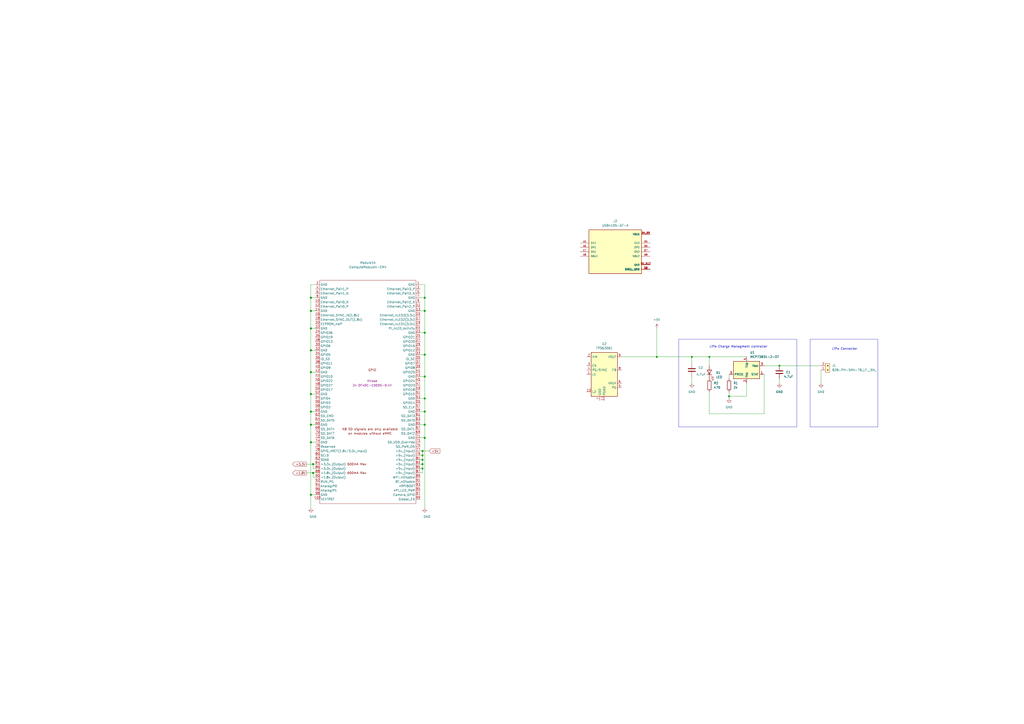
<source format=kicad_sch>
(kicad_sch (version 20230121) (generator eeschema)
  (paper "A2")
  (title_block (title "Raspberry Pi Compute Module 4 Carrier Board v1") (date "2023-06-21") (rev "v01") (comment 2 "creativecommons.org/licenses/by-sa/4.0") (comment 3 "License: CC BY 4.0") (comment 4 "Author: Iiro Karppanen"))
  (lib_symbols
    (symbol "Battery_Management:MCP73831-2-OT"
      (property "Reference" "U" (at -7.62 6.35 0))
      (property "Value" "MCP73831-2-OT" (at 1.27 6.35 0))
      (symbol "MCP73831-2-OT_0_1"
        (rectangle (start -7.62 5.08) (end 7.62 -5.08) (stroke (width 0.254)) (fill (type background)))
      )
      (symbol "MCP73831-2-OT_1_1"
        (pin output line (at 10.16 -2.54 180) (length 2.54) (name "STAT") (number "1"))
        (pin power_in line (at 0 -7.62 90) (length 2.54) (name "V_{SS}") (number "2"))
        (pin power_out line (at 10.16 2.54 180) (length 2.54) (name "V_{BAT}") (number "3"))
        (pin power_in line (at 0 7.62 270) (length 2.54) (name "V_{DD}") (number "4"))
        (pin input line (at -10.16 -2.54 0) (length 2.54) (name "PROG") (number "5"))
      )
    )
    (symbol "CM4IO:ComputeModule4-CM4"
      (property "Reference" "Module" (at 113.03 -68.58 0))
      (property "Value" "ComputeModule4-CM4" (at 140.97 2.54 0))
      (property "Manufacturer" "Hirose" (at 0 0 0))
      (property "MPN" "2x DF40C-100DS-0.4V" (at 0 -2.54 0))
      (property "MPN (Alt)" "2x DF40HC(3.0)-100DS-0.4V" (at 0 0 0))
      (symbol "ComputeModule4-CM4_1_0"
        (text "GPIO" (at 0 6.35 0) (effects (font (size 1.27 1.27))))
      )
      (symbol "ComputeModule4-CM4_1_1"
        (rectangle (start -30.48 -71.12) (end 25.4 58.42))
        (text "600mA Max" (at -8.89 -53.34 0) (effects (font (size 1.27 1.27))))
        (text "600mA Max" (at -8.89 -48.26 0) (effects (font (size 1.27 1.27))))
        (text "NB SD signals are only available" (at -1.27 -27.94 0) (effects (font (size 1.27 1.27))))
        (text "on modules without eMMC" (at -1.27 -30.48 0) (effects (font (size 1.27 1.27))))
        (pin power_in line (at 27.94 55.88 180) (length 2.54) (name "GND") (number "1"))
        (pin passive line (at -33.02 45.72 0) (length 2.54) (name "Ethernet_Pair0_N") (number "10"))
        (pin output line (at -33.02 -68.58 0) (length 2.54) (name "nEXTRST") (number "100"))
        (pin passive line (at 27.94 43.18 180) (length 2.54) (name "Ethernet_Pair2_P") (number "11"))
        (pin passive line (at -33.02 43.18 0) (length 2.54) (name "Ethernet_Pair0_P") (number "12"))
        (pin power_in line (at 27.94 40.64 180) (length 2.54) (name "GND") (number "13"))
        (pin power_in line (at -33.02 40.64 0) (length 2.54) (name "GND") (number "14"))
        (pin output line (at 27.94 38.1 180) (length 2.54) (name "Ethernet_nLED3(3.3v)") (number "15"))
        (pin input line (at -33.02 38.1 0) (length 2.54) (name "Ethernet_SYNC_IN(1.8v)") (number "16"))
        (pin output line (at 27.94 35.56 180) (length 2.54) (name "Ethernet_nLED2(3.3v)") (number "17"))
        (pin input line (at -33.02 35.56 0) (length 2.54) (name "Ethernet_SYNC_OUT(1.8v)") (number "18"))
        (pin output line (at 27.94 33.02 180) (length 2.54) (name "Ethernet_nLED1(3.3v)") (number "19"))
        (pin power_in line (at -33.02 55.88 0) (length 2.54) (name "GND") (number "2"))
        (pin passive line (at -33.02 33.02 0) (length 2.54) (name "EEPROM_nWP") (number "20"))
        (pin open_collector line (at 27.94 30.48 180) (length 2.54) (name "PI_nLED_Activity") (number "21"))
        (pin power_in line (at -33.02 30.48 0) (length 2.54) (name "GND") (number "22"))
        (pin power_in line (at 27.94 27.94 180) (length 2.54) (name "GND") (number "23"))
        (pin passive line (at -33.02 27.94 0) (length 2.54) (name "GPIO26") (number "24"))
        (pin passive line (at 27.94 25.4 180) (length 2.54) (name "GPIO21") (number "25"))
        (pin passive line (at -33.02 25.4 0) (length 2.54) (name "GPIO19") (number "26"))
        (pin passive line (at 27.94 22.86 180) (length 2.54) (name "GPIO20") (number "27"))
        (pin passive line (at -33.02 22.86 0) (length 2.54) (name "GPIO13") (number "28"))
        (pin passive line (at 27.94 20.32 180) (length 2.54) (name "GPIO16") (number "29"))
        (pin passive line (at 27.94 53.34 180) (length 2.54) (name "Ethernet_Pair3_P") (number "3"))
        (pin passive line (at -33.02 20.32 0) (length 2.54) (name "GPIO6") (number "30"))
        (pin passive line (at 27.94 17.78 180) (length 2.54) (name "GPIO12") (number "31"))
        (pin power_in line (at -33.02 17.78 0) (length 2.54) (name "GND") (number "32"))
        (pin power_in line (at 27.94 15.24 180) (length 2.54) (name "GND") (number "33"))
        (pin passive line (at -33.02 15.24 0) (length 2.54) (name "GPIO5") (number "34"))
        (pin passive line (at 27.94 12.7 180) (length 2.54) (name "ID_SC") (number "35"))
        (pin passive line (at -33.02 12.7 0) (length 2.54) (name "ID_SD") (number "36"))
        (pin passive line (at 27.94 10.16 180) (length 2.54) (name "GPIO7") (number "37"))
        (pin passive line (at -33.02 10.16 0) (length 2.54) (name "GPIO11") (number "38"))
        (pin passive line (at 27.94 7.62 180) (length 2.54) (name "GPIO8") (number "39"))
        (pin passive line (at -33.02 53.34 0) (length 2.54) (name "Ethernet_Pair1_P") (number "4"))
        (pin passive line (at -33.02 7.62 0) (length 2.54) (name "GPIO9") (number "40"))
        (pin passive line (at 27.94 5.08 180) (length 2.54) (name "GPIO25") (number "41"))
        (pin power_in line (at -33.02 5.08 0) (length 2.54) (name "GND") (number "42"))
        (pin power_in line (at 27.94 2.54 180) (length 2.54) (name "GND") (number "43"))
        (pin passive line (at -33.02 2.54 0) (length 2.54) (name "GPIO10") (number "44"))
        (pin passive line (at 27.94 0 180) (length 2.54) (name "GPIO24") (number "45"))
        (pin passive line (at -33.02 0 0) (length 2.54) (name "GPIO22") (number "46"))
        (pin passive line (at 27.94 -2.54 180) (length 2.54) (name "GPIO23") (number "47"))
        (pin passive line (at -33.02 -2.54 0) (length 2.54) (name "GPIO27") (number "48"))
        (pin passive line (at 27.94 -5.08 180) (length 2.54) (name "GPIO18") (number "49"))
        (pin passive line (at 27.94 50.8 180) (length 2.54) (name "Ethernet_Pair3_N") (number "5"))
        (pin passive line (at -33.02 -5.08 0) (length 2.54) (name "GPIO17") (number "50"))
        (pin passive line (at 27.94 -7.62 180) (length 2.54) (name "GPIO15") (number "51"))
        (pin power_in line (at -33.02 -7.62 0) (length 2.54) (name "GND") (number "52"))
        (pin power_in line (at 27.94 -10.16 180) (length 2.54) (name "GND") (number "53"))
        (pin passive line (at -33.02 -10.16 0) (length 2.54) (name "GPIO4") (number "54"))
        (pin passive line (at 27.94 -12.7 180) (length 2.54) (name "GPIO14") (number "55"))
        (pin passive line (at -33.02 -12.7 0) (length 2.54) (name "GPIO3") (number "56"))
        (pin passive line (at 27.94 -15.24 180) (length 2.54) (name "SD_CLK") (number "57"))
        (pin passive line (at -33.02 -15.24 0) (length 2.54) (name "GPIO2") (number "58"))
        (pin power_in line (at 27.94 -17.78 180) (length 2.54) (name "GND") (number "59"))
        (pin passive line (at -33.02 50.8 0) (length 2.54) (name "Ethernet_Pair1_N") (number "6"))
        (pin power_in line (at -33.02 -17.78 0) (length 2.54) (name "GND") (number "60"))
        (pin passive line (at 27.94 -20.32 180) (length 2.54) (name "SD_DAT3") (number "61"))
        (pin passive line (at -33.02 -20.32 0) (length 2.54) (name "SD_CMD") (number "62"))
        (pin passive line (at 27.94 -22.86 180) (length 2.54) (name "SD_DAT0") (number "63"))
        (pin passive line (at -33.02 -22.86 0) (length 2.54) (name "SD_DAT5") (number "64"))
        (pin power_in line (at 27.94 -25.4 180) (length 2.54) (name "GND") (number "65"))
        (pin power_in line (at -33.02 -25.4 0) (length 2.54) (name "GND") (number "66"))
        (pin passive line (at 27.94 -27.94 180) (length 2.54) (name "SD_DAT1") (number "67"))
        (pin passive line (at -33.02 -27.94 0) (length 2.54) (name "SD_DAT4") (number "68"))
        (pin passive line (at 27.94 -30.48 180) (length 2.54) (name "SD_DAT2") (number "69"))
        (pin power_in line (at 27.94 48.26 180) (length 2.54) (name "GND") (number "7"))
        (pin passive line (at -33.02 -30.48 0) (length 2.54) (name "SD_DAT7") (number "70"))
        (pin power_in line (at 27.94 -33.02 180) (length 2.54) (name "GND") (number "71"))
        (pin passive line (at -33.02 -33.02 0) (length 2.54) (name "SD_DAT6") (number "72"))
        (pin input line (at 27.94 -35.56 180) (length 2.54) (name "SD_VDD_Override") (number "73"))
        (pin power_in line (at -33.02 -35.56 0) (length 2.54) (name "GND") (number "74"))
        (pin output line (at 27.94 -38.1 180) (length 2.54) (name "SD_PWR_ON") (number "75"))
        (pin passive line (at -33.02 -38.1 0) (length 2.54) (name "Reserved") (number "76"))
        (pin power_in line (at 27.94 -40.64 180) (length 2.54) (name "+5v_(Input)") (number "77"))
        (pin power_in line (at -33.02 -40.64 0) (length 2.54) (name "GPIO_VREF(1.8v/3.3v_Input)") (number "78"))
        (pin power_in line (at 27.94 -43.18 180) (length 2.54) (name "+5v_(Input)") (number "79"))
        (pin power_in line (at -33.02 48.26 0) (length 2.54) (name "GND") (number "8"))
        (pin passive line (at -33.02 -43.18 0) (length 2.54) (name "SCL0") (number "80"))
        (pin power_in line (at 27.94 -45.72 180) (length 2.54) (name "+5v_(Input)") (number "81"))
        (pin passive line (at -33.02 -45.72 0) (length 2.54) (name "SDA0") (number "82"))
        (pin power_in line (at 27.94 -48.26 180) (length 2.54) (name "+5v_(Input)") (number "83"))
        (pin power_out line (at -33.02 -48.26 0) (length 2.54) (name "+3.3v_(Output)") (number "84"))
        (pin power_in line (at 27.94 -50.8 180) (length 2.54) (name "+5v_(Input)") (number "85"))
        (pin power_out line (at -33.02 -50.8 0) (length 2.54) (name "+3.3v_(Output)") (number "86"))
        (pin power_in line (at 27.94 -53.34 180) (length 2.54) (name "+5v_(Input)") (number "87"))
        (pin power_out line (at -33.02 -53.34 0) (length 2.54) (name "+1.8v_(Output)") (number "88"))
        (pin power_in line (at 27.94 -55.88 180) (length 2.54) (name "WiFi_nDisable") (number "89"))
        (pin passive line (at 27.94 45.72 180) (length 2.54) (name "Ethernet_Pair2_N") (number "9"))
        (pin power_out line (at -33.02 -55.88 0) (length 2.54) (name "+1.8v_(Output)") (number "90"))
        (pin power_in line (at 27.94 -58.42 180) (length 2.54) (name "BT_nDisable") (number "91"))
        (pin passive line (at -33.02 -58.42 0) (length 2.54) (name "RUN_PG") (number "92"))
        (pin input line (at 27.94 -60.96 180) (length 2.54) (name "nRPIBOOT") (number "93"))
        (pin passive line (at -33.02 -60.96 0) (length 2.54) (name "AnalogIP0") (number "94"))
        (pin output line (at 27.94 -63.5 180) (length 2.54) (name "nPI_LED_PWR") (number "95"))
        (pin passive line (at -33.02 -63.5 0) (length 2.54) (name "AnalogIP1") (number "96"))
        (pin passive line (at 27.94 -66.04 180) (length 2.54) (name "Camera_GPIO") (number "97"))
        (pin power_in line (at -33.02 -66.04 0) (length 2.54) (name "GND") (number "98"))
        (pin input line (at 27.94 -68.58 180) (length 2.54) (name "Global_EN") (number "99"))
      )
      (symbol "ComputeModule4-CM4_2_1"
        (rectangle (start 114.3 -66.04) (end 165.1 63.5))
        (text "High Speed Serial" (at 140.97 0 0) (effects (font (size 1.27 1.27))))
        (pin input line (at 170.18 60.96 180) (length 5.08) (name "USB_OTG_ID") (number "101"))
        (pin input line (at 109.22 60.96 0) (length 5.08) (name "PCIe_CLK_nREQ") (number "102"))
        (pin passive line (at 170.18 58.42 180) (length 5.08) (name "USB2_N") (number "103"))
        (pin passive line (at 109.22 58.42 0) (length 5.08) (name "Reserved") (number "104"))
        (pin passive line (at 170.18 55.88 180) (length 5.08) (name "USB2_P") (number "105"))
        (pin passive line (at 109.22 55.88 0) (length 5.08) (name "Reserved") (number "106"))
        (pin power_in line (at 170.18 53.34 180) (length 5.08) (name "GND") (number "107"))
        (pin power_in line (at 109.22 53.34 0) (length 5.08) (name "GND") (number "108"))
        (pin bidirectional line (at 170.18 50.8 180) (length 5.08) (name "PCIe_nRST") (number "109"))
        (pin output line (at 109.22 50.8 0) (length 5.08) (name "PCIe_CLK_P") (number "110"))
        (pin passive line (at 170.18 48.26 180) (length 5.08) (name "VDAC_COMP") (number "111"))
        (pin output line (at 109.22 48.26 0) (length 5.08) (name "PCIe_CLK_N") (number "112"))
        (pin power_in line (at 170.18 45.72 180) (length 5.08) (name "GND") (number "113"))
        (pin power_in line (at 109.22 45.72 0) (length 5.08) (name "GND") (number "114"))
        (pin input line (at 170.18 43.18 180) (length 5.08) (name "CAM1_D0_N") (number "115"))
        (pin input line (at 109.22 43.18 0) (length 5.08) (name "PCIe_RX_P") (number "116"))
        (pin input line (at 170.18 40.64 180) (length 5.08) (name "CAM1_D0_P") (number "117"))
        (pin input line (at 109.22 40.64 0) (length 5.08) (name "PCIe_RX_N") (number "118"))
        (pin power_in line (at 170.18 38.1 180) (length 5.08) (name "GND") (number "119"))
        (pin power_in line (at 109.22 38.1 0) (length 5.08) (name "GND") (number "120"))
        (pin input line (at 170.18 35.56 180) (length 5.08) (name "CAM1_D1_N") (number "121"))
        (pin output line (at 109.22 35.56 0) (length 5.08) (name "PCIe_TX_P") (number "122"))
        (pin input line (at 170.18 33.02 180) (length 5.08) (name "CAM1_D1_P") (number "123"))
        (pin output line (at 109.22 33.02 0) (length 5.08) (name "PCIe_TX_N") (number "124"))
        (pin power_in line (at 170.18 30.48 180) (length 5.08) (name "GND") (number "125"))
        (pin power_in line (at 109.22 30.48 0) (length 5.08) (name "GND") (number "126"))
        (pin input line (at 170.18 27.94 180) (length 5.08) (name "CAM1_C_N") (number "127"))
        (pin input line (at 109.22 27.94 0) (length 5.08) (name "CAM0_D0_N") (number "128"))
        (pin input line (at 170.18 25.4 180) (length 5.08) (name "CAM1_C_P") (number "129"))
        (pin input line (at 109.22 25.4 0) (length 5.08) (name "CAM0_D0_P") (number "130"))
        (pin power_in line (at 170.18 22.86 180) (length 5.08) (name "GND") (number "131"))
        (pin power_in line (at 109.22 22.86 0) (length 5.08) (name "GND") (number "132"))
        (pin input line (at 170.18 20.32 180) (length 5.08) (name "CAM1_D2_N") (number "133"))
        (pin input line (at 109.22 20.32 0) (length 5.08) (name "CAM0_D1_N") (number "134"))
        (pin input line (at 170.18 17.78 180) (length 5.08) (name "CAM1_D2_P") (number "135"))
        (pin input line (at 109.22 17.78 0) (length 5.08) (name "CAM0_D1_P") (number "136"))
        (pin power_in line (at 170.18 15.24 180) (length 5.08) (name "GND") (number "137"))
        (pin power_in line (at 109.22 15.24 0) (length 5.08) (name "GND") (number "138"))
        (pin input line (at 170.18 12.7 180) (length 5.08) (name "CAM1_D3_N") (number "139"))
        (pin input line (at 109.22 12.7 0) (length 5.08) (name "CAM0_C_N") (number "140"))
        (pin input line (at 170.18 10.16 180) (length 5.08) (name "CAM1_D3_P") (number "141"))
        (pin input line (at 109.22 10.16 0) (length 5.08) (name "CAM0_C_P") (number "142"))
        (pin input line (at 170.18 7.62 180) (length 5.08) (name "HDMI1_HOTPLUG") (number "143"))
        (pin power_in line (at 109.22 7.62 0) (length 5.08) (name "GND") (number "144"))
        (pin bidirectional line (at 170.18 5.08 180) (length 5.08) (name "HDMI1_SDA") (number "145"))
        (pin output line (at 109.22 5.08 0) (length 5.08) (name "HDMI1_TX2_P") (number "146"))
        (pin open_collector line (at 170.18 2.54 180) (length 5.08) (name "HDMI1_SCL") (number "147"))
        (pin output line (at 109.22 2.54 0) (length 5.08) (name "HDMI1_TX2_N") (number "148"))
        (pin open_collector line (at 170.18 0 180) (length 5.08) (name "HDMI1_CEC") (number "149"))
        (pin power_in line (at 109.22 0 0) (length 5.08) (name "GND") (number "150"))
        (pin open_collector line (at 170.18 -2.54 180) (length 5.08) (name "HDMI0_CEC") (number "151"))
        (pin output line (at 109.22 -2.54 0) (length 5.08) (name "HDMI1_TX1_P") (number "152"))
        (pin input line (at 170.18 -5.08 180) (length 5.08) (name "HDMI0_HOTPLUG") (number "153"))
        (pin output line (at 109.22 -5.08 0) (length 5.08) (name "HDMI1_TX1_N") (number "154"))
        (pin power_in line (at 170.18 -7.62 180) (length 5.08) (name "GND") (number "155"))
        (pin power_in line (at 109.22 -7.62 0) (length 5.08) (name "GND") (number "156"))
        (pin output line (at 170.18 -10.16 180) (length 5.08) (name "DSI0_D0_N") (number "157"))
        (pin output line (at 109.22 -10.16 0) (length 5.08) (name "HDMI1_TX0_P") (number "158"))
        (pin output line (at 170.18 -12.7 180) (length 5.08) (name "DSI0_D0_P") (number "159"))
        (pin output line (at 109.22 -12.7 0) (length 5.08) (name "HDMI1_TX0_N") (number "160"))
        (pin power_in line (at 170.18 -15.24 180) (length 5.08) (name "GND") (number "161"))
        (pin power_in line (at 109.22 -15.24 0) (length 5.08) (name "GND") (number "162"))
        (pin output line (at 170.18 -17.78 180) (length 5.08) (name "DSI0_D1_N") (number "163"))
        (pin output line (at 109.22 -17.78 0) (length 5.08) (name "HDMI1_CLK_P") (number "164"))
        (pin output line (at 170.18 -20.32 180) (length 5.08) (name "DSI0_D1_P") (number "165"))
        (pin output line (at 109.22 -20.32 0) (length 5.08) (name "HDMI1_CLK_N") (number "166"))
        (pin power_in line (at 170.18 -22.86 180) (length 5.08) (name "GND") (number "167"))
        (pin power_in line (at 109.22 -22.86 0) (length 5.08) (name "GND") (number "168"))
        (pin output line (at 170.18 -25.4 180) (length 5.08) (name "DSI0_C_N") (number "169"))
        (pin output line (at 109.22 -25.4 0) (length 5.08) (name "HDMI0_TX2_P") (number "170"))
        (pin output line (at 170.18 -27.94 180) (length 5.08) (name "DSI0_C_P") (number "171"))
        (pin output line (at 109.22 -27.94 0) (length 5.08) (name "HDMI0_TX2_N") (number "172"))
        (pin power_in line (at 170.18 -30.48 180) (length 5.08) (name "GND") (number "173"))
        (pin power_in line (at 109.22 -30.48 0) (length 5.08) (name "GND") (number "174"))
        (pin output line (at 170.18 -33.02 180) (length 5.08) (name "DSI1_D0_N") (number "175"))
        (pin output line (at 109.22 -33.02 0) (length 5.08) (name "HDMI0_TX1_P") (number "176"))
        (pin output line (at 170.18 -35.56 180) (length 5.08) (name "DSI1_D0_P") (number "177"))
        (pin output line (at 109.22 -35.56 0) (length 5.08) (name "HDMI0_TX1_N") (number "178"))
        (pin power_in line (at 170.18 -38.1 180) (length 5.08) (name "GND") (number "179"))
        (pin power_in line (at 109.22 -38.1 0) (length 5.08) (name "GND") (number "180"))
        (pin output line (at 170.18 -40.64 180) (length 5.08) (name "DSI1_D1_N") (number "181"))
        (pin output line (at 109.22 -40.64 0) (length 5.08) (name "HDMI0_TX0_P") (number "182"))
        (pin output line (at 170.18 -43.18 180) (length 5.08) (name "DSI1_D1_P") (number "183"))
        (pin output line (at 109.22 -43.18 0) (length 5.08) (name "HDMI0_TX0_N") (number "184"))
        (pin power_in line (at 170.18 -45.72 180) (length 5.08) (name "GND") (number "185"))
        (pin power_in line (at 109.22 -45.72 0) (length 5.08) (name "GND") (number "186"))
        (pin output line (at 170.18 -48.26 180) (length 5.08) (name "DSI1_C_N") (number "187"))
        (pin output line (at 109.22 -48.26 0) (length 5.08) (name "HDMI0_CLK_P") (number "188"))
        (pin output line (at 170.18 -50.8 180) (length 5.08) (name "DSI1_C_P") (number "189"))
        (pin output line (at 109.22 -50.8 0) (length 5.08) (name "HDMI0_CLK_N") (number "190"))
        (pin power_in line (at 170.18 -53.34 180) (length 5.08) (name "GND") (number "191"))
        (pin power_in line (at 109.22 -53.34 0) (length 5.08) (name "GND") (number "192"))
        (pin output line (at 170.18 -55.88 180) (length 5.08) (name "DSI1_D2_N") (number "193"))
        (pin output line (at 109.22 -55.88 0) (length 5.08) (name "DSI1_D3_N") (number "194"))
        (pin output line (at 170.18 -58.42 180) (length 5.08) (name "DSI1_D2_P") (number "195"))
        (pin output line (at 109.22 -58.42 0) (length 5.08) (name "DSI1_D3_P") (number "196"))
        (pin power_in line (at 170.18 -60.96 180) (length 5.08) (name "GND") (number "197"))
        (pin power_in line (at 109.22 -60.96 0) (length 5.08) (name "GND") (number "198"))
        (pin bidirectional line (at 170.18 -63.5 180) (length 5.08) (name "HDMI0_SDA") (number "199"))
        (pin open_collector line (at 109.22 -63.5 0) (length 5.08) (name "HDMI0_SCL") (number "200"))
      )
    )
    (symbol "Device:C" (pin_numbers hide) (pin_names (offset 0.254))
      (property "Reference" "C" (at 0.635 2.54 0))
      (property "Value" "C" (at 0.635 -2.54 0))
      (symbol "C_0_1"
        (polyline (pts (xy -2.032 -0.762) (xy 2.032 -0.762)) (stroke (width 0.508)))
        (polyline (pts (xy -2.032 0.762) (xy 2.032 0.762)) (stroke (width 0.508)))
      )
      (symbol "C_1_1"
        (pin passive line (at 0 3.81 270) (length 2.794) (name "~") (number "1"))
        (pin passive line (at 0 -3.81 90) (length 2.794) (name "~") (number "2"))
      )
    )
    (symbol "Device:LED" (pin_numbers hide) (pin_names (offset 1.016) hide)
      (property "Reference" "D" (at 0 2.54 0))
      (property "Value" "LED" (at 0 -2.54 0))
      (symbol "LED_0_1"
        (polyline (pts (xy -1.27 -1.27) (xy -1.27 1.27)) (stroke (width 0.254)))
        (polyline (pts (xy -1.27 0) (xy 1.27 0)))
        (polyline (pts (xy 1.27 -1.27) (xy 1.27 1.27) (xy -1.27 0) (xy 1.27 -1.27)) (stroke (width 0.254)))
        (polyline (pts (xy -3.048 -0.762) (xy -4.572 -2.286) (xy -3.81 -2.286) (xy -4.572 -2.286) (xy -4.572 -1.524)))
        (polyline (pts (xy -1.778 -0.762) (xy -3.302 -2.286) (xy -2.54 -2.286) (xy -3.302 -2.286) (xy -3.302 -1.524)))
      )
      (symbol "LED_1_1"
        (pin passive line (at -3.81 0 0) (length 2.54) (name "K") (number "1"))
        (pin passive line (at 3.81 0 180) (length 2.54) (name "A") (number "2"))
      )
    )
    (symbol "Device:R" (pin_numbers hide) (pin_names (offset 0))
      (property "Reference" "R" (at 2.032 0 90))
      (property "Value" "R" (at 0 0 90))
      (symbol "R_0_1"
        (rectangle (start -1.016 -2.54) (end 1.016 2.54) (stroke (width 0.254)))
      )
      (symbol "R_1_1"
        (pin passive line (at 0 3.81 270) (length 1.27) (name "~") (number "1"))
        (pin passive line (at 0 -3.81 90) (length 1.27) (name "~") (number "2"))
      )
    )
    (symbol "GND_1" (power) (pin_names (offset 0))
      (property "Value" "GND_1" (at 0 -3.81 0))
      (symbol "GND_1_0_1"
        (polyline (pts (xy 0 0) (xy 0 -1.27) (xy 1.27 -1.27) (xy 0 -2.54) (xy -1.27 -1.27) (xy 0 -1.27)))
      )
      (symbol "GND_1_1_1"
        (pin power_in line (at 0 0 270) (length 0) hide (name "GND") (number "1"))
      )
    )
    (symbol "GND_2" (power) (pin_names (offset 0))
      (property "Value" "GND_2" (at 0 -3.81 0))
      (symbol "GND_2_0_1"
        (polyline (pts (xy 0 0) (xy 0 -1.27) (xy 1.27 -1.27) (xy 0 -2.54) (xy -1.27 -1.27) (xy 0 -1.27)))
      )
      (symbol "GND_2_1_1"
        (pin power_in line (at 0 0 270) (length 0) hide (name "GND") (number "1"))
      )
    )
    (symbol "GND_3" (power) (pin_names (offset 0))
      (property "Value" "GND_3" (at 0 -3.81 0))
      (symbol "GND_3_0_1"
        (polyline (pts (xy 0 0) (xy 0 -1.27) (xy 1.27 -1.27) (xy 0 -2.54) (xy -1.27 -1.27) (xy 0 -1.27)))
      )
      (symbol "GND_3_1_1"
        (pin power_in line (at 0 0 270) (length 0) hide (name "GND") (number "1"))
      )
    )
    (symbol "Regulator_Switching:TPS63061"
      (property "Reference" "U" (at -7.62 13.97 0))
      (property "Value" "TPS63061" (at 2.54 13.97 0))
      (symbol "TPS63061_0_1"
        (rectangle (start -7.62 12.7) (end 7.62 -12.7) (stroke (width 0.254)) (fill (type background)))
      )
      (symbol "TPS63061_1_1"
        (pin input line (at -10.16 0 0) (length 2.54) (name "L1") (number "1"))
        (pin input line (at -10.16 -10.16 0) (length 2.54) (name "L2") (number "10"))
        (pin power_in line (at 0 -15.24 90) (length 2.54) (name "PGND") (number "11"))
        (pin power_in line (at -10.16 10.16 0) (length 2.54) (name "VIN") (number "2"))
        (pin input line (at -10.16 5.08 0) (length 2.54) (name "EN") (number "3"))
        (pin input line (at -10.16 2.54 0) (length 2.54) (name "PS/SYNC") (number "4"))
        (pin output line (at 10.16 -7.62 180) (length 2.54) (name "PG") (number "5"))
        (pin passive line (at 10.16 -5.08 180) (length 2.54) (name "VAUX") (number "6"))
        (pin power_in line (at -2.54 -15.24 90) (length 2.54) (name "GND") (number "7"))
        (pin input line (at 10.16 2.54 180) (length 2.54) (name "FB") (number "8"))
        (pin power_out line (at 10.16 10.16 180) (length 2.54) (name "VOUT") (number "9"))
      )
    )
    (symbol "USB4105-GF-A:USB4105-GF-A" (pin_names (offset 1.016))
      (property "Reference" "J" (at -15.24 13.97 0))
      (property "Value" "USB4105-GF-A" (at -15.24 -15.24 0))
      (symbol "USB4105-GF-A_0_0"
        (rectangle (start -15.24 -12.7) (end 15.24 12.7) (stroke (width 0.254)) (fill (type background)))
        (pin power_in line (at 20.32 -7.62 180) (length 5.08) (name "GND") (number "A1_B12"))
        (pin power_in line (at 20.32 10.16 180) (length 5.08) (name "VBUS") (number "A4_B9"))
        (pin bidirectional line (at -20.32 5.08 0) (length 5.08) (name "CC1") (number "A5"))
        (pin bidirectional line (at -20.32 2.54 0) (length 5.08) (name "DP1") (number "A6"))
        (pin bidirectional line (at -20.32 0 0) (length 5.08) (name "DN1") (number "A7"))
        (pin bidirectional line (at -20.32 -2.54 0) (length 5.08) (name "SBU1") (number "A8"))
        (pin power_in line (at 20.32 -7.62 180) (length 5.08) (name "GND") (number "B1_A12"))
        (pin power_in line (at 20.32 10.16 180) (length 5.08) (name "VBUS") (number "B4_A9"))
        (pin bidirectional line (at 20.32 5.08 180) (length 5.08) (name "CC2") (number "B5"))
        (pin bidirectional line (at 20.32 2.54 180) (length 5.08) (name "DP2") (number "B6"))
        (pin bidirectional line (at 20.32 0 180) (length 5.08) (name "DN2") (number "B7"))
        (pin bidirectional line (at 20.32 -2.54 180) (length 5.08) (name "SBU2") (number "B8"))
        (pin power_in line (at 20.32 -10.16 180) (length 5.08) (name "SHELL_GND") (number "S1"))
        (pin power_in line (at 20.32 -10.16 180) (length 5.08) (name "SHELL_GND") (number "S2"))
        (pin power_in line (at 20.32 -10.16 180) (length 5.08) (name "SHELL_GND") (number "S3"))
        (pin power_in line (at 20.32 -10.16 180) (length 5.08) (name "SHELL_GND") (number "S4"))
      )
    )
    (symbol "dk_Rectangular-Connectors-Headers-Male-Pins:B2B-PH-SM4-TB_LF__SN_" (pin_names (offset 1.016))
      (property "Reference" "J" (at -2.54 -1.27 0))
      (property "Value" "B2B-PH-SM4-TB_LF__SN_" (at 1.27 -3.81 0))
      (symbol "B2B-PH-SM4-TB_LF__SN__1_1"
        (rectangle (start -1.27 0) (end 3.81 -2.54) (fill (type background)))
        (rectangle (start -0.254 -1.143) (end 0.254 -1.651) (fill (type outline)))
        (rectangle (start 2.286 -1.143) (end 2.794 -1.651) (fill (type outline)))
        (pin passive line (at 0 2.54 270) (length 2.54) (name "~") (number "1"))
        (pin passive line (at 2.54 2.54 270) (length 2.54) (name "~") (number "2"))
      )
    )
    (symbol "power:+5V" (power) (pin_names (offset 0))
      (property "Value" "+5V" (at 0 3.556 0))
      (symbol "+5V_0_1"
        (polyline (pts (xy -0.762 1.27) (xy 0 2.54)))
        (polyline (pts (xy 0 0) (xy 0 2.54)))
        (polyline (pts (xy 0 2.54) (xy 0.762 1.27)))
      )
      (symbol "+5V_1_1"
        (pin power_in line (at 0 0 90) (length 0) hide (name "+5V") (number "1"))
      )
    )
    (symbol "power:GND" (power) (pin_names (offset 0))
      (property "Value" "GND" (at 0 -3.81 0))
      (symbol "GND_0_1"
        (polyline (pts (xy 0 0) (xy 0 -1.27) (xy 1.27 -1.27) (xy 0 -2.54) (xy -1.27 -1.27) (xy 0 -1.27)))
      )
      (symbol "GND_1_1"
        (pin power_in line (at 0 0 270) (length 0) hide (name "GND") (number "1"))
      )
    )
  )
  (junction (at 180.34 190.5) (diameter 1.016))
  (junction (at 180.34 256.54) (diameter 1.016))
  (junction (at 452.12 212.09))
  (junction (at 246.38 205.74) (diameter 1.016))
  (junction (at 246.38 231.14) (diameter 1.016))
  (junction (at 245.11 271.78) (diameter 1.016))
  (junction (at 245.11 266.7) (diameter 1.016))
  (junction (at 246.38 193.04) (diameter 1.016))
  (junction (at 180.34 215.9) (diameter 1.016))
  (junction (at 181.61 274.32) (diameter 1.016))
  (junction (at 245.11 269.24) (diameter 1.016))
  (junction (at 180.34 287.02) (diameter 1.016))
  (junction (at 422.91 229.87))
  (junction (at 180.34 238.76) (diameter 1.016))
  (junction (at 246.38 218.44) (diameter 1.016))
  (junction (at 411.48 207.01))
  (junction (at 246.38 246.38) (diameter 1.016))
  (junction (at 245.11 264.16) (diameter 1.016))
  (junction (at 181.61 269.24) (diameter 1.016))
  (junction (at 381 207.01))
  (junction (at 246.38 180.34) (diameter 1.016))
  (junction (at 180.34 180.34) (diameter 1.016))
  (junction (at 245.11 261.62) (diameter 1.016))
  (junction (at 180.34 172.72) (diameter 1.016))
  (junction (at 180.34 246.38) (diameter 1.016))
  (junction (at 180.34 203.2) (diameter 1.016))
  (junction (at 401.32 207.01))
  (junction (at 246.38 254) (diameter 1.016))
  (junction (at 246.38 238.76) (diameter 1.016))
  (junction (at 246.38 172.72) (diameter 1.016))
  (junction (at 180.34 228.6) (diameter 1.016))
  (wire (pts (xy 243.84 193.04) (xy 246.38 193.04)))
  (wire (pts (xy 243.84 271.78) (xy 245.11 271.78)))
  (wire (pts (xy 243.84 172.72) (xy 246.38 172.72)))
  (wire (pts (xy 243.84 205.74) (xy 246.38 205.74)))
  (wire (pts (xy 243.84 264.16) (xy 245.11 264.16)))
  (wire (pts (xy 452.12 212.09) (xy 476.25 212.09)))
  (wire (pts (xy 245.11 266.7) (xy 245.11 264.16)))
  (wire (pts (xy 181.61 276.86) (xy 181.61 274.32)))
  (wire (pts (xy 243.84 274.32) (xy 245.11 274.32)))
  (wire (pts (xy 443.23 212.09) (xy 452.12 212.09)))
  (wire (pts (xy 246.38 165.1) (xy 246.38 172.72)))
  (wire (pts (xy 181.61 269.24) (xy 182.88 269.24)))
  (wire (pts (xy 180.34 256.54) (xy 180.34 287.02)))
  (wire (pts (xy 246.38 254) (xy 246.38 294.64)))
  (wire (pts (xy 243.84 180.34) (xy 246.38 180.34)))
  (wire (pts (xy 243.84 266.7) (xy 245.11 266.7)))
  (wire (pts (xy 180.34 172.72) (xy 182.88 172.72)))
  (wire (pts (xy 180.34 203.2) (xy 180.34 215.9)))
  (wire (pts (xy 246.38 246.38) (xy 246.38 254)))
  (wire (pts (xy 245.11 264.16) (xy 245.11 261.62)))
  (wire (pts (xy 246.38 172.72) (xy 246.38 180.34)))
  (wire (pts (xy 180.34 215.9) (xy 182.88 215.9)))
  (wire (pts (xy 177.8 269.24) (xy 181.61 269.24)))
  (wire (pts (xy 243.84 218.44) (xy 246.38 218.44)))
  (wire (pts (xy 422.91 229.87) (xy 433.07 229.87)))
  (wire (pts (xy 443.23 217.17) (xy 443.23 240.03)))
  (wire (pts (xy 180.34 246.38) (xy 182.88 246.38)))
  (wire (pts (xy 180.34 228.6) (xy 180.34 238.76)))
  (wire (pts (xy 181.61 271.78) (xy 181.61 269.24)))
  (wire (pts (xy 180.34 165.1) (xy 180.34 172.72)))
  (wire (pts (xy 180.34 203.2) (xy 182.88 203.2)))
  (wire (pts (xy 401.32 218.44) (xy 401.32 222.25)))
  (wire (pts (xy 180.34 190.5) (xy 182.88 190.5)))
  (wire (pts (xy 180.34 238.76) (xy 180.34 246.38)))
  (wire (pts (xy 422.91 217.17) (xy 422.91 219.71)))
  (wire (pts (xy 246.38 180.34) (xy 246.38 193.04)))
  (wire (pts (xy 433.07 222.25) (xy 433.07 229.87)))
  (wire (pts (xy 476.25 214.63) (xy 476.25 222.25)))
  (wire (pts (xy 411.48 240.03) (xy 411.48 227.33)))
  (wire (pts (xy 246.38 193.04) (xy 246.38 205.74)))
  (wire (pts (xy 411.48 207.01) (xy 401.32 207.01)))
  (wire (pts (xy 180.34 172.72) (xy 180.34 180.34)))
  (wire (pts (xy 422.91 227.33) (xy 422.91 229.87)))
  (wire (pts (xy 246.38 231.14) (xy 246.38 238.76)))
  (wire (pts (xy 246.38 205.74) (xy 246.38 218.44)))
  (wire (pts (xy 433.07 207.01) (xy 411.48 207.01)))
  (wire (pts (xy 245.11 261.62) (xy 248.92 261.62)))
  (wire (pts (xy 243.84 269.24) (xy 245.11 269.24)))
  (wire (pts (xy 243.84 231.14) (xy 246.38 231.14)))
  (wire (pts (xy 182.88 276.86) (xy 181.61 276.86)))
  (wire (pts (xy 452.12 219.71) (xy 452.12 222.25)))
  (wire (pts (xy 180.34 190.5) (xy 180.34 203.2)))
  (wire (pts (xy 443.23 240.03) (xy 411.48 240.03)))
  (wire (pts (xy 177.8 274.32) (xy 181.61 274.32)))
  (wire (pts (xy 360.68 207.01) (xy 381 207.01)))
  (wire (pts (xy 180.34 256.54) (xy 182.88 256.54)))
  (wire (pts (xy 381 190.5) (xy 381 207.01)))
  (wire (pts (xy 180.34 287.02) (xy 182.88 287.02)))
  (wire (pts (xy 180.34 238.76) (xy 182.88 238.76)))
  (wire (pts (xy 181.61 274.32) (xy 182.88 274.32)))
  (wire (pts (xy 243.84 261.62) (xy 245.11 261.62)))
  (wire (pts (xy 180.34 228.6) (xy 182.88 228.6)))
  (wire (pts (xy 182.88 165.1) (xy 180.34 165.1)))
  (wire (pts (xy 245.11 274.32) (xy 245.11 271.78)))
  (wire (pts (xy 243.84 238.76) (xy 246.38 238.76)))
  (wire (pts (xy 243.84 254) (xy 246.38 254)))
  (wire (pts (xy 245.11 271.78) (xy 245.11 269.24)))
  (wire (pts (xy 180.34 215.9) (xy 180.34 228.6)))
  (wire (pts (xy 401.32 207.01) (xy 401.32 210.82)))
  (wire (pts (xy 245.11 269.24) (xy 245.11 266.7)))
  (wire (pts (xy 243.84 246.38) (xy 246.38 246.38)))
  (wire (pts (xy 180.34 180.34) (xy 180.34 190.5)))
  (wire (pts (xy 381 207.01) (xy 401.32 207.01)))
  (wire (pts (xy 422.91 229.87) (xy 422.91 231.14)))
  (wire (pts (xy 180.34 246.38) (xy 180.34 256.54)))
  (wire (pts (xy 243.84 165.1) (xy 246.38 165.1)))
  (wire (pts (xy 411.48 207.01) (xy 411.48 212.09)))
  (wire (pts (xy 180.34 180.34) (xy 182.88 180.34)))
  (wire (pts (xy 180.34 287.02) (xy 180.34 294.64)))
  (wire (pts (xy 246.38 238.76) (xy 246.38 246.38)))
  (wire (pts (xy 246.38 218.44) (xy 246.38 231.14)))
  (wire (pts (xy 182.88 271.78) (xy 181.61 271.78)))
  (rectangle (start 393.7 196.85) (end 462.28 247.65))
  (rectangle (start 469.9 196.85) (end 509.27 247.65))
  (text "LiPo Connector\n" (at 482.6 203.2 0) (effects (font (size 1.27 1.27)) (justify left bottom)))
  (text "LiPo Charge Managment controller\n" (at 411.48 201.93 0) (effects (font (size 1.27 1.27)) (justify left bottom)))
  (global_label "+1.8V" (shape output) (at 177.8 274.32 180) (property "Intersheetrefs" "${INTERSHEET_REFS}" (effects hide)))
  (global_label "+5V" (shape input) (at 248.92 261.62 0) (property "Intersheetrefs" "${INTERSHEET_REFS}" (effects hide)))
  (global_label "+3.3V" (shape output) (at 177.8 269.24 180) (property "Intersheetrefs" "${INTERSHEET_REFS}" (effects hide)))
  (symbol (lib_id "Device:R") (at 422.91 223.52 0) (unit 1)
    (property "Reference" "R1" (at 425.45 222.25 0) (effects (justify left)))
    (property "Value" "2k" (at 425.45 224.79 0) (effects (justify left)))
  )
  (symbol (lib_id "power:GND") (at 180.34 294.64 0) (unit 1)
    (property "Reference" "#PWR?" (effects hide))
    (property "Value" "GND" (at 181.61 299.72 0))
  )
  (symbol (lib_id "power:GND") (at 246.38 294.64 0) (unit 1)
    (property "Reference" "#PWR?" (effects hide))
    (property "Value" "GND" (at 247.65 299.72 0))
  )
  (symbol (lib_name "GND_1") (lib_id "power:GND") (at 422.91 231.14 0) (unit 1)
    (property "Reference" "#PWR01" (effects hide))
    (property "Value" "GND" (at 422.91 236.22 0))
  )
  (symbol (lib_id "Regulator_Switching:TPS63061") (at 350.52 217.17 0) (unit 1)
    (property "Reference" "U2" (at 350.52 199.39 0))
    (property "Value" "TPS63061" (at 350.52 201.93 0))
    (property "Footprint" "Package_SON:Texas_S-PWSON-N10_ThermalVias" (effects hide))
    (property "Datasheet" "http://www.ti.com/lit/ds/symlink/tps63060.pdf" (effects hide))
  )
  (symbol (lib_id "USB4105-GF-A:USB4105-GF-A") (at 356.87 146.05 0) (unit 1)
    (property "Reference" "J2" (at 356.87 128.27 0))
    (property "Value" "USB4105-GF-A" (at 356.87 130.81 0))
    (property "Footprint" "GCT_USB4105-GF-A" (effects hide))
    (property "PARTREV" "A3" (effects hide))
    (property "STANDARD" "Manufacturer Recommendations" (effects hide))
    (property "MAXIMUM_PACKAGE_HEIGHT" "3.31 mm" (effects hide))
    (property "MANUFACTURER" "GCT" (effects hide))
  )
  (symbol (lib_id "CM4IO:ComputeModule4-CM4") (at 215.9 220.98 0) (unit 1)
    (property "Reference" "Module1" (at 213.36 152.4 0))
    (property "Value" "ComputeModule4-CM4" (at 213.36 154.94 0))
    (property "Footprint" "CM4IO:Raspberry-Pi-4-Compute-Module" (effects hide))
    (property "Manufacturer" "Hirose" (at 215.9 220.98 0))
    (property "MPN" "2x DF40C-100DS-0.4V" (at 215.9 223.52 0))
    (property "Digi-Key_PN" "2x H11615CT-ND" (effects hide))
    (property "Digi-Key_PN (Alt)" "2x H124602CT-ND" (effects hide))
  )
  (symbol (lib_id "Device:LED") (at 411.48 215.9 90) (unit 1)
    (property "Reference" "D1" (at 415.29 216.2175 90) (effects (justify right)))
    (property "Value" "LED" (at 415.29 218.7575 90) (effects (justify right)))
  )
  (symbol (lib_id "Device:C") (at 452.12 215.9 0) (unit 1)
    (property "Reference" "C1" (at 455.93 215.9 0) (effects (justify left)))
    (property "Value" "4.7uF" (at 454.66 218.44 0) (effects (justify left)))
  )
  (symbol (lib_name "GND_2") (lib_id "power:GND") (at 476.25 222.25 0) (unit 1)
    (property "Reference" "#PWR02" (effects hide))
    (property "Value" "GND" (at 476.25 227.33 0))
  )
  (symbol (lib_id "Battery_Management:MCP73831-2-OT") (at 433.07 214.63 0) (unit 1)
    (property "Reference" "U1" (at 435.0259 204.47 0) (effects (justify left)))
    (property "Value" "MCP73831-2-OT" (at 435.0259 207.01 0) (effects (justify left)))
    (property "Footprint" "Package_TO_SOT_SMD:SOT-23-5" (effects hide))
    (property "Datasheet" "http://ww1.microchip.com/downloads/en/DeviceDoc/20001984g.pdf" (effects hide))
  )
  (symbol (lib_name "GND_3") (lib_id "power:GND") (at 452.12 222.25 0) (unit 1)
    (property "Reference" "#PWR03" (effects hide))
    (property "Value" "GND" (at 452.12 227.33 0))
  )
  (symbol (lib_name "GND_3") (lib_id "power:GND") (at 401.32 222.25 0) (unit 1)
    (property "Reference" "#PWR04" (effects hide))
    (property "Value" "GND" (at 401.32 227.33 0))
  )
  (symbol (lib_id "Device:R") (at 411.48 223.52 0) (unit 1)
    (property "Reference" "R2" (at 414.02 222.25 0) (effects (justify left)))
    (property "Value" "470" (at 414.02 224.79 0) (effects (justify left)))
  )
  (symbol (lib_id "dk_Rectangular-Connectors-Headers-Male-Pins:B2B-PH-SM4-TB_LF__SN_") (at 478.79 214.63 90) (unit 1)
    (property "Reference" "J1" (at 482.6 212.09 90) (effects (justify right)))
    (property "Value" "B2B-PH-SM4-TB_LF__SN_" (at 482.6 214.63 90) (effects (justify right)))
    (property "Footprint" "digikey-footprints:PinHeader_1x2_P2mm" (effects hide))
    (property "Datasheet" "http://www.jst-mfg.com/product/pdf/eng/ePH.pdf" (effects hide))
    (property "Digi-Key_PN" "455-1734-1-ND" (effects hide))
    (property "MPN" "B2B-PH-SM4-TB(LF)(SN)" (effects hide))
    (property "Category" "Connectors, Interconnects" (effects hide))
    (property "Family" "Rectangular Connectors - Headers, Male Pins" (effects hide))
    (property "DK_Datasheet_Link" "http://www.jst-mfg.com/product/pdf/eng/ePH.pdf" (effects hide))
    (property "DK_Detail_Page" "/product-detail/en/jst-sales-america-inc/B2B-PH-SM4-TB(LF)(SN)/455-1734-1-ND/926831" (effects hide))
    (property "Description" "CONN HEADER SMD 2POS 2MM" (effects hide))
    (property "Manufacturer" "JST Sales America Inc." (effects hide))
    (property "Status" "Active" (effects hide))
  )
  (symbol (lib_id "Device:C") (at 401.32 214.63 0) (unit 1)
    (property "Reference" "C2" (at 405.13 213.36 0) (effects (justify left)))
    (property "Value" "4.7uF" (at 403.86 217.17 0) (effects (justify left)))
  )
  (symbol (lib_id "power:+5V") (at 381 190.5 0) (unit 1)
    (property "Reference" "#PWR05" (effects hide))
    (property "Value" "+5V" (at 381 185.42 0))
  )
)
</source>
